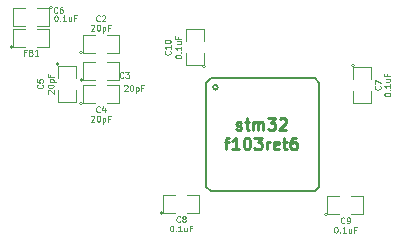
<source format=gto>
G04 (created by PCBNEW (2013-may-18)-stable) date Вс 15 ноя 2015 18:53:40*
%MOIN*%
G04 Gerber Fmt 3.4, Leading zero omitted, Abs format*
%FSLAX34Y34*%
G01*
G70*
G90*
G04 APERTURE LIST*
%ADD10C,0.00590551*%
%ADD11C,0.00984252*%
%ADD12C,0.0039*%
%ADD13C,0.0026*%
%ADD14C,0.008*%
%ADD15C,0.005*%
%ADD16C,0.0043*%
G04 APERTURE END LIST*
G54D10*
G54D11*
X34401Y-22384D02*
X34439Y-22403D01*
X34514Y-22403D01*
X34551Y-22384D01*
X34570Y-22347D01*
X34570Y-22328D01*
X34551Y-22290D01*
X34514Y-22272D01*
X34458Y-22272D01*
X34420Y-22253D01*
X34401Y-22215D01*
X34401Y-22197D01*
X34420Y-22159D01*
X34458Y-22140D01*
X34514Y-22140D01*
X34551Y-22159D01*
X34683Y-22140D02*
X34833Y-22140D01*
X34739Y-22009D02*
X34739Y-22347D01*
X34758Y-22384D01*
X34795Y-22403D01*
X34833Y-22403D01*
X34964Y-22403D02*
X34964Y-22140D01*
X34964Y-22178D02*
X34983Y-22159D01*
X35020Y-22140D01*
X35076Y-22140D01*
X35114Y-22159D01*
X35133Y-22197D01*
X35133Y-22403D01*
X35133Y-22197D02*
X35151Y-22159D01*
X35189Y-22140D01*
X35245Y-22140D01*
X35283Y-22159D01*
X35301Y-22197D01*
X35301Y-22403D01*
X35451Y-22009D02*
X35695Y-22009D01*
X35564Y-22159D01*
X35620Y-22159D01*
X35658Y-22178D01*
X35676Y-22197D01*
X35695Y-22234D01*
X35695Y-22328D01*
X35676Y-22365D01*
X35658Y-22384D01*
X35620Y-22403D01*
X35508Y-22403D01*
X35470Y-22384D01*
X35451Y-22365D01*
X35845Y-22047D02*
X35864Y-22028D01*
X35901Y-22009D01*
X35995Y-22009D01*
X36032Y-22028D01*
X36051Y-22047D01*
X36070Y-22084D01*
X36070Y-22122D01*
X36051Y-22178D01*
X35826Y-22403D01*
X36070Y-22403D01*
X34008Y-22790D02*
X34158Y-22790D01*
X34064Y-23053D02*
X34064Y-22715D01*
X34083Y-22678D01*
X34120Y-22659D01*
X34158Y-22659D01*
X34495Y-23053D02*
X34270Y-23053D01*
X34383Y-23053D02*
X34383Y-22659D01*
X34345Y-22715D01*
X34308Y-22753D01*
X34270Y-22771D01*
X34739Y-22659D02*
X34776Y-22659D01*
X34814Y-22678D01*
X34833Y-22696D01*
X34851Y-22734D01*
X34870Y-22809D01*
X34870Y-22903D01*
X34851Y-22978D01*
X34833Y-23015D01*
X34814Y-23034D01*
X34776Y-23053D01*
X34739Y-23053D01*
X34701Y-23034D01*
X34683Y-23015D01*
X34664Y-22978D01*
X34645Y-22903D01*
X34645Y-22809D01*
X34664Y-22734D01*
X34683Y-22696D01*
X34701Y-22678D01*
X34739Y-22659D01*
X35001Y-22659D02*
X35245Y-22659D01*
X35114Y-22809D01*
X35170Y-22809D01*
X35208Y-22828D01*
X35226Y-22846D01*
X35245Y-22884D01*
X35245Y-22978D01*
X35226Y-23015D01*
X35208Y-23034D01*
X35170Y-23053D01*
X35058Y-23053D01*
X35020Y-23034D01*
X35001Y-23015D01*
X35414Y-23053D02*
X35414Y-22790D01*
X35414Y-22865D02*
X35433Y-22828D01*
X35451Y-22809D01*
X35489Y-22790D01*
X35526Y-22790D01*
X35808Y-23034D02*
X35770Y-23053D01*
X35695Y-23053D01*
X35658Y-23034D01*
X35639Y-22996D01*
X35639Y-22846D01*
X35658Y-22809D01*
X35695Y-22790D01*
X35770Y-22790D01*
X35808Y-22809D01*
X35826Y-22846D01*
X35826Y-22884D01*
X35639Y-22921D01*
X35939Y-22790D02*
X36089Y-22790D01*
X35995Y-22659D02*
X35995Y-22996D01*
X36014Y-23034D01*
X36051Y-23053D01*
X36089Y-23053D01*
X36389Y-22659D02*
X36314Y-22659D01*
X36276Y-22678D01*
X36257Y-22696D01*
X36220Y-22753D01*
X36201Y-22828D01*
X36201Y-22978D01*
X36220Y-23015D01*
X36239Y-23034D01*
X36276Y-23053D01*
X36351Y-23053D01*
X36389Y-23034D01*
X36407Y-23015D01*
X36426Y-22978D01*
X36426Y-22884D01*
X36407Y-22846D01*
X36389Y-22828D01*
X36351Y-22809D01*
X36276Y-22809D01*
X36239Y-22828D01*
X36220Y-22846D01*
X36201Y-22884D01*
G54D12*
X28259Y-18322D02*
G75*
G03X28259Y-18322I-50J0D01*
G74*
G01*
X27759Y-18322D02*
X28159Y-18322D01*
X28159Y-18322D02*
X28159Y-18922D01*
X28159Y-18922D02*
X27759Y-18922D01*
X27359Y-18922D02*
X26959Y-18922D01*
X26959Y-18922D02*
X26959Y-18322D01*
X26959Y-18322D02*
X27359Y-18322D01*
X29281Y-20733D02*
G75*
G03X29281Y-20733I-50J0D01*
G74*
G01*
X29681Y-20733D02*
X29281Y-20733D01*
X29281Y-20733D02*
X29281Y-20133D01*
X29281Y-20133D02*
X29681Y-20133D01*
X30081Y-20133D02*
X30481Y-20133D01*
X30481Y-20133D02*
X30481Y-20733D01*
X30481Y-20733D02*
X30081Y-20733D01*
X29281Y-19827D02*
G75*
G03X29281Y-19827I-50J0D01*
G74*
G01*
X29681Y-19827D02*
X29281Y-19827D01*
X29281Y-19827D02*
X29281Y-19227D01*
X29281Y-19227D02*
X29681Y-19227D01*
X30081Y-19227D02*
X30481Y-19227D01*
X30481Y-19227D02*
X30481Y-19827D01*
X30481Y-19827D02*
X30081Y-19827D01*
X28490Y-20216D02*
G75*
G03X28490Y-20216I-50J0D01*
G74*
G01*
X28440Y-20666D02*
X28440Y-20266D01*
X28440Y-20266D02*
X29040Y-20266D01*
X29040Y-20266D02*
X29040Y-20666D01*
X29040Y-21066D02*
X29040Y-21466D01*
X29040Y-21466D02*
X28440Y-21466D01*
X28440Y-21466D02*
X28440Y-21066D01*
X29281Y-21520D02*
G75*
G03X29281Y-21520I-50J0D01*
G74*
G01*
X29681Y-21520D02*
X29281Y-21520D01*
X29281Y-21520D02*
X29281Y-20920D01*
X29281Y-20920D02*
X29681Y-20920D01*
X30081Y-20920D02*
X30481Y-20920D01*
X30481Y-20920D02*
X30481Y-21520D01*
X30481Y-21520D02*
X30081Y-21520D01*
X33381Y-20295D02*
G75*
G03X33381Y-20295I-50J0D01*
G74*
G01*
X33331Y-19845D02*
X33331Y-20245D01*
X33331Y-20245D02*
X32731Y-20245D01*
X32731Y-20245D02*
X32731Y-19845D01*
X32731Y-19445D02*
X32731Y-19045D01*
X32731Y-19045D02*
X33331Y-19045D01*
X33331Y-19045D02*
X33331Y-19445D01*
X37431Y-25221D02*
G75*
G03X37431Y-25221I-50J0D01*
G74*
G01*
X37831Y-25221D02*
X37431Y-25221D01*
X37431Y-25221D02*
X37431Y-24621D01*
X37431Y-24621D02*
X37831Y-24621D01*
X38231Y-24621D02*
X38631Y-24621D01*
X38631Y-24621D02*
X38631Y-25221D01*
X38631Y-25221D02*
X38231Y-25221D01*
X31959Y-25181D02*
G75*
G03X31959Y-25181I-50J0D01*
G74*
G01*
X32359Y-25181D02*
X31959Y-25181D01*
X31959Y-25181D02*
X31959Y-24581D01*
X31959Y-24581D02*
X32359Y-24581D01*
X32759Y-24581D02*
X33159Y-24581D01*
X33159Y-24581D02*
X33159Y-25181D01*
X33159Y-25181D02*
X32759Y-25181D01*
X38332Y-20255D02*
G75*
G03X38332Y-20255I-50J0D01*
G74*
G01*
X38282Y-20705D02*
X38282Y-20305D01*
X38282Y-20305D02*
X38882Y-20305D01*
X38882Y-20305D02*
X38882Y-20705D01*
X38882Y-21105D02*
X38882Y-21505D01*
X38882Y-21505D02*
X38282Y-21505D01*
X38282Y-21505D02*
X38282Y-21105D01*
G54D13*
X33386Y-21122D02*
X33386Y-21044D01*
X33386Y-21319D02*
X33386Y-21241D01*
X33386Y-21516D02*
X33386Y-21437D01*
X33386Y-21713D02*
X33386Y-21634D01*
X33386Y-21910D02*
X33386Y-21831D01*
X33386Y-22107D02*
X33386Y-22028D01*
X33386Y-22304D02*
X33386Y-22225D01*
X33386Y-22500D02*
X33386Y-22422D01*
X33386Y-22696D02*
X33386Y-22618D01*
X33386Y-22893D02*
X33386Y-22814D01*
X33386Y-23090D02*
X33386Y-23011D01*
X33386Y-23287D02*
X33386Y-23208D01*
X33386Y-23484D02*
X33386Y-23405D01*
X33386Y-23681D02*
X33386Y-23602D01*
X33386Y-23877D02*
X33386Y-23799D01*
X33386Y-24074D02*
X33386Y-23996D01*
X33760Y-24448D02*
X33838Y-24448D01*
X33957Y-24448D02*
X34035Y-24448D01*
X34153Y-24448D02*
X34232Y-24448D01*
X34350Y-24448D02*
X34429Y-24448D01*
X34547Y-24448D02*
X34626Y-24448D01*
X34744Y-24448D02*
X34823Y-24448D01*
X34941Y-24448D02*
X35020Y-24448D01*
X35138Y-24448D02*
X35216Y-24448D01*
X35334Y-24448D02*
X35412Y-24448D01*
X35530Y-24448D02*
X35609Y-24448D01*
X35727Y-24448D02*
X35806Y-24448D01*
X35924Y-24448D02*
X36003Y-24448D01*
X36121Y-24448D02*
X36200Y-24448D01*
X36318Y-24448D02*
X36397Y-24448D01*
X36515Y-24448D02*
X36593Y-24448D01*
X36712Y-24448D02*
X36790Y-24448D01*
X37164Y-24074D02*
X37164Y-23996D01*
X37164Y-23877D02*
X37164Y-23799D01*
X37164Y-23681D02*
X37164Y-23602D01*
X37164Y-23484D02*
X37164Y-23405D01*
X37164Y-23287D02*
X37164Y-23208D01*
X37164Y-23090D02*
X37164Y-23011D01*
X37164Y-22893D02*
X37164Y-22814D01*
X37164Y-22696D02*
X37164Y-22618D01*
X37164Y-22500D02*
X37164Y-22422D01*
X37164Y-22304D02*
X37164Y-22225D01*
X37164Y-22107D02*
X37164Y-22028D01*
X37164Y-21910D02*
X37164Y-21831D01*
X37164Y-21713D02*
X37164Y-21634D01*
X37164Y-21516D02*
X37164Y-21437D01*
X37164Y-21319D02*
X37164Y-21241D01*
X37164Y-21122D02*
X37164Y-21044D01*
X36712Y-20670D02*
X36790Y-20670D01*
X36515Y-20670D02*
X36593Y-20670D01*
X36318Y-20670D02*
X36397Y-20670D01*
X36121Y-20670D02*
X36200Y-20670D01*
X35924Y-20670D02*
X36003Y-20670D01*
X35727Y-20670D02*
X35806Y-20670D01*
X35530Y-20670D02*
X35609Y-20670D01*
X35334Y-20670D02*
X35412Y-20670D01*
X35138Y-20670D02*
X35216Y-20670D01*
X34941Y-20670D02*
X35020Y-20670D01*
X34744Y-20670D02*
X34823Y-20670D01*
X34547Y-20670D02*
X34626Y-20670D01*
X34350Y-20670D02*
X34429Y-20670D01*
X34153Y-20670D02*
X34232Y-20670D01*
X33957Y-20670D02*
X34035Y-20670D01*
X33760Y-20670D02*
X33838Y-20670D01*
G54D14*
X33386Y-20827D02*
X33543Y-20670D01*
X33543Y-20670D02*
X37007Y-20670D01*
X37007Y-20670D02*
X37164Y-20827D01*
X37164Y-20827D02*
X37164Y-24291D01*
X37164Y-24291D02*
X37007Y-24448D01*
X37007Y-24448D02*
X33543Y-24448D01*
X33543Y-24448D02*
X33386Y-24291D01*
X33386Y-24291D02*
X33386Y-20827D01*
G54D15*
X33779Y-20985D02*
G75*
G03X33779Y-20985I-77J0D01*
G74*
G01*
G54D12*
X26959Y-19630D02*
G75*
G03X26959Y-19630I-50J0D01*
G74*
G01*
X27359Y-19630D02*
X26959Y-19630D01*
X26959Y-19630D02*
X26959Y-19030D01*
X26959Y-19030D02*
X27359Y-19030D01*
X27759Y-19030D02*
X28159Y-19030D01*
X28159Y-19030D02*
X28159Y-19630D01*
X28159Y-19630D02*
X27759Y-19630D01*
G54D16*
X28431Y-18486D02*
X28422Y-18495D01*
X28394Y-18504D01*
X28375Y-18504D01*
X28347Y-18495D01*
X28328Y-18476D01*
X28319Y-18458D01*
X28309Y-18420D01*
X28309Y-18392D01*
X28319Y-18354D01*
X28328Y-18336D01*
X28347Y-18317D01*
X28375Y-18307D01*
X28394Y-18307D01*
X28422Y-18317D01*
X28431Y-18326D01*
X28600Y-18307D02*
X28563Y-18307D01*
X28544Y-18317D01*
X28534Y-18326D01*
X28516Y-18354D01*
X28506Y-18392D01*
X28506Y-18467D01*
X28516Y-18486D01*
X28525Y-18495D01*
X28544Y-18504D01*
X28581Y-18504D01*
X28600Y-18495D01*
X28609Y-18486D01*
X28619Y-18467D01*
X28619Y-18420D01*
X28609Y-18401D01*
X28600Y-18392D01*
X28581Y-18382D01*
X28544Y-18382D01*
X28525Y-18392D01*
X28516Y-18401D01*
X28506Y-18420D01*
X28377Y-18583D02*
X28395Y-18583D01*
X28414Y-18592D01*
X28424Y-18602D01*
X28433Y-18621D01*
X28442Y-18658D01*
X28442Y-18705D01*
X28433Y-18743D01*
X28424Y-18761D01*
X28414Y-18771D01*
X28395Y-18780D01*
X28377Y-18780D01*
X28358Y-18771D01*
X28349Y-18761D01*
X28339Y-18743D01*
X28330Y-18705D01*
X28330Y-18658D01*
X28339Y-18621D01*
X28349Y-18602D01*
X28358Y-18592D01*
X28377Y-18583D01*
X28527Y-18761D02*
X28536Y-18771D01*
X28527Y-18780D01*
X28517Y-18771D01*
X28527Y-18761D01*
X28527Y-18780D01*
X28724Y-18780D02*
X28611Y-18780D01*
X28667Y-18780D02*
X28667Y-18583D01*
X28649Y-18611D01*
X28630Y-18630D01*
X28611Y-18639D01*
X28893Y-18649D02*
X28893Y-18780D01*
X28808Y-18649D02*
X28808Y-18752D01*
X28818Y-18771D01*
X28836Y-18780D01*
X28864Y-18780D01*
X28883Y-18771D01*
X28893Y-18761D01*
X29052Y-18677D02*
X28986Y-18677D01*
X28986Y-18780D02*
X28986Y-18583D01*
X29080Y-18583D01*
X30636Y-20651D02*
X30627Y-20660D01*
X30598Y-20670D01*
X30580Y-20670D01*
X30552Y-20660D01*
X30533Y-20642D01*
X30523Y-20623D01*
X30514Y-20585D01*
X30514Y-20557D01*
X30523Y-20520D01*
X30533Y-20501D01*
X30552Y-20482D01*
X30580Y-20473D01*
X30598Y-20473D01*
X30627Y-20482D01*
X30636Y-20492D01*
X30702Y-20473D02*
X30824Y-20473D01*
X30758Y-20548D01*
X30786Y-20548D01*
X30805Y-20557D01*
X30814Y-20567D01*
X30824Y-20585D01*
X30824Y-20632D01*
X30814Y-20651D01*
X30805Y-20660D01*
X30786Y-20670D01*
X30730Y-20670D01*
X30711Y-20660D01*
X30702Y-20651D01*
X30660Y-20925D02*
X30669Y-20915D01*
X30688Y-20906D01*
X30735Y-20906D01*
X30754Y-20915D01*
X30763Y-20925D01*
X30773Y-20943D01*
X30773Y-20962D01*
X30763Y-20990D01*
X30651Y-21103D01*
X30773Y-21103D01*
X30895Y-20906D02*
X30913Y-20906D01*
X30932Y-20915D01*
X30942Y-20925D01*
X30951Y-20943D01*
X30960Y-20981D01*
X30960Y-21028D01*
X30951Y-21065D01*
X30942Y-21084D01*
X30932Y-21093D01*
X30913Y-21103D01*
X30895Y-21103D01*
X30876Y-21093D01*
X30866Y-21084D01*
X30857Y-21065D01*
X30848Y-21028D01*
X30848Y-20981D01*
X30857Y-20943D01*
X30866Y-20925D01*
X30876Y-20915D01*
X30895Y-20906D01*
X31045Y-20972D02*
X31045Y-21169D01*
X31045Y-20981D02*
X31063Y-20972D01*
X31101Y-20972D01*
X31120Y-20981D01*
X31129Y-20990D01*
X31139Y-21009D01*
X31139Y-21065D01*
X31129Y-21084D01*
X31120Y-21093D01*
X31101Y-21103D01*
X31063Y-21103D01*
X31045Y-21093D01*
X31289Y-21000D02*
X31223Y-21000D01*
X31223Y-21103D02*
X31223Y-20906D01*
X31317Y-20906D01*
X29849Y-18761D02*
X29839Y-18771D01*
X29811Y-18780D01*
X29792Y-18780D01*
X29764Y-18771D01*
X29745Y-18752D01*
X29736Y-18733D01*
X29727Y-18696D01*
X29727Y-18667D01*
X29736Y-18630D01*
X29745Y-18611D01*
X29764Y-18592D01*
X29792Y-18583D01*
X29811Y-18583D01*
X29839Y-18592D01*
X29849Y-18602D01*
X29924Y-18602D02*
X29933Y-18592D01*
X29952Y-18583D01*
X29999Y-18583D01*
X30017Y-18592D01*
X30027Y-18602D01*
X30036Y-18621D01*
X30036Y-18639D01*
X30027Y-18667D01*
X29914Y-18780D01*
X30036Y-18780D01*
X29558Y-18917D02*
X29567Y-18907D01*
X29586Y-18898D01*
X29633Y-18898D01*
X29652Y-18907D01*
X29661Y-18917D01*
X29670Y-18936D01*
X29670Y-18954D01*
X29661Y-18982D01*
X29548Y-19095D01*
X29670Y-19095D01*
X29792Y-18898D02*
X29811Y-18898D01*
X29830Y-18907D01*
X29839Y-18917D01*
X29849Y-18936D01*
X29858Y-18973D01*
X29858Y-19020D01*
X29849Y-19057D01*
X29839Y-19076D01*
X29830Y-19086D01*
X29811Y-19095D01*
X29792Y-19095D01*
X29774Y-19086D01*
X29764Y-19076D01*
X29755Y-19057D01*
X29745Y-19020D01*
X29745Y-18973D01*
X29755Y-18936D01*
X29764Y-18917D01*
X29774Y-18907D01*
X29792Y-18898D01*
X29942Y-18964D02*
X29942Y-19161D01*
X29942Y-18973D02*
X29961Y-18964D01*
X29999Y-18964D01*
X30017Y-18973D01*
X30027Y-18982D01*
X30036Y-19001D01*
X30036Y-19057D01*
X30027Y-19076D01*
X30017Y-19086D01*
X29999Y-19095D01*
X29961Y-19095D01*
X29942Y-19086D01*
X30186Y-18992D02*
X30121Y-18992D01*
X30121Y-19095D02*
X30121Y-18898D01*
X30214Y-18898D01*
X27934Y-20898D02*
X27944Y-20908D01*
X27953Y-20936D01*
X27953Y-20955D01*
X27944Y-20983D01*
X27925Y-21002D01*
X27906Y-21011D01*
X27869Y-21020D01*
X27841Y-21020D01*
X27803Y-21011D01*
X27784Y-21002D01*
X27766Y-20983D01*
X27756Y-20955D01*
X27756Y-20936D01*
X27766Y-20908D01*
X27775Y-20898D01*
X27756Y-20720D02*
X27756Y-20814D01*
X27850Y-20823D01*
X27841Y-20814D01*
X27831Y-20795D01*
X27831Y-20748D01*
X27841Y-20730D01*
X27850Y-20720D01*
X27869Y-20711D01*
X27916Y-20711D01*
X27934Y-20720D01*
X27944Y-20730D01*
X27953Y-20748D01*
X27953Y-20795D01*
X27944Y-20814D01*
X27934Y-20823D01*
X28129Y-21189D02*
X28120Y-21180D01*
X28111Y-21161D01*
X28111Y-21114D01*
X28120Y-21095D01*
X28129Y-21086D01*
X28148Y-21077D01*
X28167Y-21077D01*
X28195Y-21086D01*
X28308Y-21199D01*
X28308Y-21077D01*
X28111Y-20955D02*
X28111Y-20936D01*
X28120Y-20917D01*
X28129Y-20908D01*
X28148Y-20898D01*
X28186Y-20889D01*
X28233Y-20889D01*
X28270Y-20898D01*
X28289Y-20908D01*
X28298Y-20917D01*
X28308Y-20936D01*
X28308Y-20955D01*
X28298Y-20974D01*
X28289Y-20983D01*
X28270Y-20992D01*
X28233Y-21002D01*
X28186Y-21002D01*
X28148Y-20992D01*
X28129Y-20983D01*
X28120Y-20974D01*
X28111Y-20955D01*
X28176Y-20805D02*
X28373Y-20805D01*
X28186Y-20805D02*
X28176Y-20786D01*
X28176Y-20748D01*
X28186Y-20730D01*
X28195Y-20720D01*
X28214Y-20711D01*
X28270Y-20711D01*
X28289Y-20720D01*
X28298Y-20730D01*
X28308Y-20748D01*
X28308Y-20786D01*
X28298Y-20805D01*
X28204Y-20561D02*
X28204Y-20626D01*
X28308Y-20626D02*
X28111Y-20626D01*
X28111Y-20533D01*
X29849Y-21793D02*
X29839Y-21802D01*
X29811Y-21812D01*
X29792Y-21812D01*
X29764Y-21802D01*
X29745Y-21783D01*
X29736Y-21765D01*
X29727Y-21727D01*
X29727Y-21699D01*
X29736Y-21661D01*
X29745Y-21643D01*
X29764Y-21624D01*
X29792Y-21615D01*
X29811Y-21615D01*
X29839Y-21624D01*
X29849Y-21633D01*
X30017Y-21680D02*
X30017Y-21812D01*
X29971Y-21605D02*
X29924Y-21746D01*
X30046Y-21746D01*
X29558Y-21948D02*
X29567Y-21939D01*
X29586Y-21929D01*
X29633Y-21929D01*
X29652Y-21939D01*
X29661Y-21948D01*
X29670Y-21967D01*
X29670Y-21986D01*
X29661Y-22014D01*
X29548Y-22126D01*
X29670Y-22126D01*
X29792Y-21929D02*
X29811Y-21929D01*
X29830Y-21939D01*
X29839Y-21948D01*
X29849Y-21967D01*
X29858Y-22005D01*
X29858Y-22051D01*
X29849Y-22089D01*
X29839Y-22108D01*
X29830Y-22117D01*
X29811Y-22126D01*
X29792Y-22126D01*
X29774Y-22117D01*
X29764Y-22108D01*
X29755Y-22089D01*
X29745Y-22051D01*
X29745Y-22005D01*
X29755Y-21967D01*
X29764Y-21948D01*
X29774Y-21939D01*
X29792Y-21929D01*
X29942Y-21995D02*
X29942Y-22192D01*
X29942Y-22005D02*
X29961Y-21995D01*
X29999Y-21995D01*
X30017Y-22005D01*
X30027Y-22014D01*
X30036Y-22033D01*
X30036Y-22089D01*
X30027Y-22108D01*
X30017Y-22117D01*
X29999Y-22126D01*
X29961Y-22126D01*
X29942Y-22117D01*
X30186Y-22023D02*
X30121Y-22023D01*
X30121Y-22126D02*
X30121Y-21929D01*
X30214Y-21929D01*
X32186Y-19772D02*
X32196Y-19781D01*
X32205Y-19809D01*
X32205Y-19828D01*
X32196Y-19856D01*
X32177Y-19875D01*
X32158Y-19884D01*
X32121Y-19894D01*
X32093Y-19894D01*
X32055Y-19884D01*
X32036Y-19875D01*
X32018Y-19856D01*
X32008Y-19828D01*
X32008Y-19809D01*
X32018Y-19781D01*
X32027Y-19772D01*
X32205Y-19584D02*
X32205Y-19697D01*
X32205Y-19640D02*
X32008Y-19640D01*
X32036Y-19659D01*
X32055Y-19678D01*
X32065Y-19697D01*
X32008Y-19462D02*
X32008Y-19443D01*
X32018Y-19425D01*
X32027Y-19415D01*
X32046Y-19406D01*
X32083Y-19397D01*
X32130Y-19397D01*
X32168Y-19406D01*
X32186Y-19415D01*
X32196Y-19425D01*
X32205Y-19443D01*
X32205Y-19462D01*
X32196Y-19481D01*
X32186Y-19490D01*
X32168Y-19500D01*
X32130Y-19509D01*
X32083Y-19509D01*
X32046Y-19500D01*
X32027Y-19490D01*
X32018Y-19481D01*
X32008Y-19462D01*
X32363Y-19969D02*
X32363Y-19950D01*
X32372Y-19931D01*
X32381Y-19922D01*
X32400Y-19913D01*
X32438Y-19903D01*
X32485Y-19903D01*
X32522Y-19913D01*
X32541Y-19922D01*
X32550Y-19931D01*
X32560Y-19950D01*
X32560Y-19969D01*
X32550Y-19988D01*
X32541Y-19997D01*
X32522Y-20006D01*
X32485Y-20016D01*
X32438Y-20016D01*
X32400Y-20006D01*
X32381Y-19997D01*
X32372Y-19988D01*
X32363Y-19969D01*
X32541Y-19819D02*
X32550Y-19809D01*
X32560Y-19819D01*
X32550Y-19828D01*
X32541Y-19819D01*
X32560Y-19819D01*
X32560Y-19622D02*
X32560Y-19734D01*
X32560Y-19678D02*
X32363Y-19678D01*
X32391Y-19697D01*
X32409Y-19716D01*
X32419Y-19734D01*
X32428Y-19453D02*
X32560Y-19453D01*
X32428Y-19537D02*
X32531Y-19537D01*
X32550Y-19528D01*
X32560Y-19509D01*
X32560Y-19481D01*
X32550Y-19462D01*
X32541Y-19453D01*
X32456Y-19293D02*
X32456Y-19359D01*
X32560Y-19359D02*
X32363Y-19359D01*
X32363Y-19265D01*
X37998Y-25494D02*
X37989Y-25503D01*
X37961Y-25512D01*
X37942Y-25512D01*
X37914Y-25503D01*
X37895Y-25484D01*
X37886Y-25465D01*
X37876Y-25428D01*
X37876Y-25400D01*
X37886Y-25362D01*
X37895Y-25343D01*
X37914Y-25325D01*
X37942Y-25315D01*
X37961Y-25315D01*
X37989Y-25325D01*
X37998Y-25334D01*
X38092Y-25512D02*
X38129Y-25512D01*
X38148Y-25503D01*
X38158Y-25494D01*
X38176Y-25465D01*
X38186Y-25428D01*
X38186Y-25353D01*
X38176Y-25334D01*
X38167Y-25325D01*
X38148Y-25315D01*
X38111Y-25315D01*
X38092Y-25325D01*
X38083Y-25334D01*
X38073Y-25353D01*
X38073Y-25400D01*
X38083Y-25418D01*
X38092Y-25428D01*
X38111Y-25437D01*
X38148Y-25437D01*
X38167Y-25428D01*
X38176Y-25418D01*
X38186Y-25400D01*
X37707Y-25630D02*
X37726Y-25630D01*
X37745Y-25640D01*
X37754Y-25649D01*
X37764Y-25668D01*
X37773Y-25705D01*
X37773Y-25752D01*
X37764Y-25790D01*
X37754Y-25809D01*
X37745Y-25818D01*
X37726Y-25827D01*
X37707Y-25827D01*
X37689Y-25818D01*
X37679Y-25809D01*
X37670Y-25790D01*
X37660Y-25752D01*
X37660Y-25705D01*
X37670Y-25668D01*
X37679Y-25649D01*
X37689Y-25640D01*
X37707Y-25630D01*
X37857Y-25809D02*
X37867Y-25818D01*
X37857Y-25827D01*
X37848Y-25818D01*
X37857Y-25809D01*
X37857Y-25827D01*
X38054Y-25827D02*
X37942Y-25827D01*
X37998Y-25827D02*
X37998Y-25630D01*
X37979Y-25658D01*
X37961Y-25677D01*
X37942Y-25687D01*
X38223Y-25696D02*
X38223Y-25827D01*
X38139Y-25696D02*
X38139Y-25799D01*
X38148Y-25818D01*
X38167Y-25827D01*
X38195Y-25827D01*
X38214Y-25818D01*
X38223Y-25809D01*
X38383Y-25724D02*
X38317Y-25724D01*
X38317Y-25827D02*
X38317Y-25630D01*
X38411Y-25630D01*
X32526Y-25454D02*
X32516Y-25464D01*
X32488Y-25473D01*
X32469Y-25473D01*
X32441Y-25464D01*
X32423Y-25445D01*
X32413Y-25426D01*
X32404Y-25389D01*
X32404Y-25360D01*
X32413Y-25323D01*
X32423Y-25304D01*
X32441Y-25285D01*
X32469Y-25276D01*
X32488Y-25276D01*
X32516Y-25285D01*
X32526Y-25295D01*
X32638Y-25360D02*
X32620Y-25351D01*
X32610Y-25342D01*
X32601Y-25323D01*
X32601Y-25313D01*
X32610Y-25295D01*
X32620Y-25285D01*
X32638Y-25276D01*
X32676Y-25276D01*
X32695Y-25285D01*
X32704Y-25295D01*
X32713Y-25313D01*
X32713Y-25323D01*
X32704Y-25342D01*
X32695Y-25351D01*
X32676Y-25360D01*
X32638Y-25360D01*
X32620Y-25370D01*
X32610Y-25379D01*
X32601Y-25398D01*
X32601Y-25435D01*
X32610Y-25454D01*
X32620Y-25464D01*
X32638Y-25473D01*
X32676Y-25473D01*
X32695Y-25464D01*
X32704Y-25454D01*
X32713Y-25435D01*
X32713Y-25398D01*
X32704Y-25379D01*
X32695Y-25370D01*
X32676Y-25360D01*
X32235Y-25591D02*
X32254Y-25591D01*
X32272Y-25600D01*
X32282Y-25610D01*
X32291Y-25628D01*
X32301Y-25666D01*
X32301Y-25713D01*
X32291Y-25750D01*
X32282Y-25769D01*
X32272Y-25779D01*
X32254Y-25788D01*
X32235Y-25788D01*
X32216Y-25779D01*
X32207Y-25769D01*
X32197Y-25750D01*
X32188Y-25713D01*
X32188Y-25666D01*
X32197Y-25628D01*
X32207Y-25610D01*
X32216Y-25600D01*
X32235Y-25591D01*
X32385Y-25769D02*
X32394Y-25779D01*
X32385Y-25788D01*
X32376Y-25779D01*
X32385Y-25769D01*
X32385Y-25788D01*
X32582Y-25788D02*
X32469Y-25788D01*
X32526Y-25788D02*
X32526Y-25591D01*
X32507Y-25619D01*
X32488Y-25638D01*
X32469Y-25647D01*
X32751Y-25657D02*
X32751Y-25788D01*
X32666Y-25657D02*
X32666Y-25760D01*
X32676Y-25779D01*
X32695Y-25788D01*
X32723Y-25788D01*
X32741Y-25779D01*
X32751Y-25769D01*
X32910Y-25685D02*
X32845Y-25685D01*
X32845Y-25788D02*
X32845Y-25591D01*
X32938Y-25591D01*
X39194Y-20938D02*
X39204Y-20947D01*
X39213Y-20975D01*
X39213Y-20994D01*
X39204Y-21022D01*
X39185Y-21041D01*
X39166Y-21050D01*
X39129Y-21060D01*
X39101Y-21060D01*
X39063Y-21050D01*
X39044Y-21041D01*
X39025Y-21022D01*
X39016Y-20994D01*
X39016Y-20975D01*
X39025Y-20947D01*
X39035Y-20938D01*
X39016Y-20872D02*
X39016Y-20741D01*
X39213Y-20825D01*
X39331Y-21229D02*
X39331Y-21210D01*
X39340Y-21191D01*
X39350Y-21182D01*
X39369Y-21172D01*
X39406Y-21163D01*
X39453Y-21163D01*
X39491Y-21172D01*
X39509Y-21182D01*
X39519Y-21191D01*
X39528Y-21210D01*
X39528Y-21229D01*
X39519Y-21247D01*
X39509Y-21257D01*
X39491Y-21266D01*
X39453Y-21276D01*
X39406Y-21276D01*
X39369Y-21266D01*
X39350Y-21257D01*
X39340Y-21247D01*
X39331Y-21229D01*
X39509Y-21079D02*
X39519Y-21069D01*
X39528Y-21079D01*
X39519Y-21088D01*
X39509Y-21079D01*
X39528Y-21079D01*
X39528Y-20882D02*
X39528Y-20994D01*
X39528Y-20938D02*
X39331Y-20938D01*
X39359Y-20957D01*
X39378Y-20975D01*
X39387Y-20994D01*
X39397Y-20713D02*
X39528Y-20713D01*
X39397Y-20797D02*
X39500Y-20797D01*
X39519Y-20788D01*
X39528Y-20769D01*
X39528Y-20741D01*
X39519Y-20722D01*
X39509Y-20713D01*
X39425Y-20553D02*
X39425Y-20619D01*
X39528Y-20619D02*
X39331Y-20619D01*
X39331Y-20525D01*
X27394Y-19819D02*
X27329Y-19819D01*
X27329Y-19922D02*
X27329Y-19725D01*
X27423Y-19725D01*
X27563Y-19819D02*
X27591Y-19828D01*
X27601Y-19837D01*
X27610Y-19856D01*
X27610Y-19884D01*
X27601Y-19903D01*
X27591Y-19912D01*
X27573Y-19922D01*
X27498Y-19922D01*
X27498Y-19725D01*
X27563Y-19725D01*
X27582Y-19734D01*
X27591Y-19744D01*
X27601Y-19762D01*
X27601Y-19781D01*
X27591Y-19800D01*
X27582Y-19809D01*
X27563Y-19819D01*
X27498Y-19819D01*
X27798Y-19922D02*
X27685Y-19922D01*
X27741Y-19922D02*
X27741Y-19725D01*
X27723Y-19753D01*
X27704Y-19772D01*
X27685Y-19781D01*
M02*

</source>
